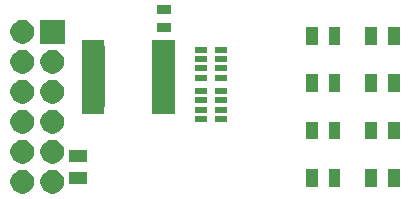
<source format=gbr>
G04 #@! TF.GenerationSoftware,KiCad,Pcbnew,5.0.2*
G04 #@! TF.CreationDate,2020-06-05T09:12:56+02:00*
G04 #@! TF.ProjectId,pmod-8leds,706d6f64-2d38-46c6-9564-732e6b696361,rev?*
G04 #@! TF.SameCoordinates,Original*
G04 #@! TF.FileFunction,Soldermask,Top*
G04 #@! TF.FilePolarity,Negative*
%FSLAX46Y46*%
G04 Gerber Fmt 4.6, Leading zero omitted, Abs format (unit mm)*
G04 Created by KiCad (PCBNEW 5.0.2) date ven. 05 juin 2020 09:12:56 CEST*
%MOMM*%
%LPD*%
G01*
G04 APERTURE LIST*
%ADD10C,0.100000*%
G04 APERTURE END LIST*
D10*
G36*
X136331981Y-110387468D02*
X136514150Y-110462925D01*
X136678103Y-110572475D01*
X136817525Y-110711897D01*
X136927075Y-110875850D01*
X137002532Y-111058019D01*
X137041000Y-111251410D01*
X137041000Y-111448590D01*
X137002532Y-111641981D01*
X136927075Y-111824150D01*
X136817525Y-111988103D01*
X136678103Y-112127525D01*
X136514150Y-112237075D01*
X136331981Y-112312532D01*
X136138590Y-112351000D01*
X135941410Y-112351000D01*
X135748019Y-112312532D01*
X135565850Y-112237075D01*
X135401897Y-112127525D01*
X135262475Y-111988103D01*
X135152925Y-111824150D01*
X135077468Y-111641981D01*
X135039000Y-111448590D01*
X135039000Y-111251410D01*
X135077468Y-111058019D01*
X135152925Y-110875850D01*
X135262475Y-110711897D01*
X135401897Y-110572475D01*
X135565850Y-110462925D01*
X135748019Y-110387468D01*
X135941410Y-110349000D01*
X136138590Y-110349000D01*
X136331981Y-110387468D01*
X136331981Y-110387468D01*
G37*
G36*
X133791981Y-110387468D02*
X133974150Y-110462925D01*
X134138103Y-110572475D01*
X134277525Y-110711897D01*
X134387075Y-110875850D01*
X134462532Y-111058019D01*
X134501000Y-111251410D01*
X134501000Y-111448590D01*
X134462532Y-111641981D01*
X134387075Y-111824150D01*
X134277525Y-111988103D01*
X134138103Y-112127525D01*
X133974150Y-112237075D01*
X133791981Y-112312532D01*
X133598590Y-112351000D01*
X133401410Y-112351000D01*
X133208019Y-112312532D01*
X133025850Y-112237075D01*
X132861897Y-112127525D01*
X132722475Y-111988103D01*
X132612925Y-111824150D01*
X132537468Y-111641981D01*
X132499000Y-111448590D01*
X132499000Y-111251410D01*
X132537468Y-111058019D01*
X132612925Y-110875850D01*
X132722475Y-110711897D01*
X132861897Y-110572475D01*
X133025850Y-110462925D01*
X133208019Y-110387468D01*
X133401410Y-110349000D01*
X133598590Y-110349000D01*
X133791981Y-110387468D01*
X133791981Y-110387468D01*
G37*
G36*
X165448000Y-111749500D02*
X164457000Y-111749500D01*
X164457000Y-110250500D01*
X165448000Y-110250500D01*
X165448000Y-111749500D01*
X165448000Y-111749500D01*
G37*
G36*
X163543000Y-111749500D02*
X162552000Y-111749500D01*
X162552000Y-110250500D01*
X163543000Y-110250500D01*
X163543000Y-111749500D01*
X163543000Y-111749500D01*
G37*
G36*
X160448000Y-111749500D02*
X159457000Y-111749500D01*
X159457000Y-110250500D01*
X160448000Y-110250500D01*
X160448000Y-111749500D01*
X160448000Y-111749500D01*
G37*
G36*
X158543000Y-111749500D02*
X157552000Y-111749500D01*
X157552000Y-110250500D01*
X158543000Y-110250500D01*
X158543000Y-111749500D01*
X158543000Y-111749500D01*
G37*
G36*
X138999500Y-111548000D02*
X137500500Y-111548000D01*
X137500500Y-110557000D01*
X138999500Y-110557000D01*
X138999500Y-111548000D01*
X138999500Y-111548000D01*
G37*
G36*
X133791981Y-107847468D02*
X133974150Y-107922925D01*
X134138103Y-108032475D01*
X134277525Y-108171897D01*
X134387075Y-108335850D01*
X134462532Y-108518019D01*
X134501000Y-108711410D01*
X134501000Y-108908590D01*
X134462532Y-109101981D01*
X134387075Y-109284150D01*
X134277525Y-109448103D01*
X134138103Y-109587525D01*
X133974150Y-109697075D01*
X133791981Y-109772532D01*
X133598590Y-109811000D01*
X133401410Y-109811000D01*
X133208019Y-109772532D01*
X133025850Y-109697075D01*
X132861897Y-109587525D01*
X132722475Y-109448103D01*
X132612925Y-109284150D01*
X132537468Y-109101981D01*
X132499000Y-108908590D01*
X132499000Y-108711410D01*
X132537468Y-108518019D01*
X132612925Y-108335850D01*
X132722475Y-108171897D01*
X132861897Y-108032475D01*
X133025850Y-107922925D01*
X133208019Y-107847468D01*
X133401410Y-107809000D01*
X133598590Y-107809000D01*
X133791981Y-107847468D01*
X133791981Y-107847468D01*
G37*
G36*
X136331981Y-107847468D02*
X136514150Y-107922925D01*
X136678103Y-108032475D01*
X136817525Y-108171897D01*
X136927075Y-108335850D01*
X137002532Y-108518019D01*
X137041000Y-108711410D01*
X137041000Y-108908590D01*
X137002532Y-109101981D01*
X136927075Y-109284150D01*
X136817525Y-109448103D01*
X136678103Y-109587525D01*
X136514150Y-109697075D01*
X136331981Y-109772532D01*
X136138590Y-109811000D01*
X135941410Y-109811000D01*
X135748019Y-109772532D01*
X135565850Y-109697075D01*
X135401897Y-109587525D01*
X135262475Y-109448103D01*
X135152925Y-109284150D01*
X135077468Y-109101981D01*
X135039000Y-108908590D01*
X135039000Y-108711410D01*
X135077468Y-108518019D01*
X135152925Y-108335850D01*
X135262475Y-108171897D01*
X135401897Y-108032475D01*
X135565850Y-107922925D01*
X135748019Y-107847468D01*
X135941410Y-107809000D01*
X136138590Y-107809000D01*
X136331981Y-107847468D01*
X136331981Y-107847468D01*
G37*
G36*
X138999500Y-109643000D02*
X137500500Y-109643000D01*
X137500500Y-108652000D01*
X138999500Y-108652000D01*
X138999500Y-109643000D01*
X138999500Y-109643000D01*
G37*
G36*
X160448000Y-107749500D02*
X159457000Y-107749500D01*
X159457000Y-106250500D01*
X160448000Y-106250500D01*
X160448000Y-107749500D01*
X160448000Y-107749500D01*
G37*
G36*
X158543000Y-107749500D02*
X157552000Y-107749500D01*
X157552000Y-106250500D01*
X158543000Y-106250500D01*
X158543000Y-107749500D01*
X158543000Y-107749500D01*
G37*
G36*
X165448000Y-107749500D02*
X164457000Y-107749500D01*
X164457000Y-106250500D01*
X165448000Y-106250500D01*
X165448000Y-107749500D01*
X165448000Y-107749500D01*
G37*
G36*
X163543000Y-107749500D02*
X162552000Y-107749500D01*
X162552000Y-106250500D01*
X163543000Y-106250500D01*
X163543000Y-107749500D01*
X163543000Y-107749500D01*
G37*
G36*
X133791981Y-105307468D02*
X133974150Y-105382925D01*
X134138103Y-105492475D01*
X134277525Y-105631897D01*
X134387075Y-105795850D01*
X134462532Y-105978019D01*
X134501000Y-106171410D01*
X134501000Y-106368590D01*
X134462532Y-106561981D01*
X134387075Y-106744150D01*
X134277525Y-106908103D01*
X134138103Y-107047525D01*
X133974150Y-107157075D01*
X133791981Y-107232532D01*
X133598590Y-107271000D01*
X133401410Y-107271000D01*
X133208019Y-107232532D01*
X133025850Y-107157075D01*
X132861897Y-107047525D01*
X132722475Y-106908103D01*
X132612925Y-106744150D01*
X132537468Y-106561981D01*
X132499000Y-106368590D01*
X132499000Y-106171410D01*
X132537468Y-105978019D01*
X132612925Y-105795850D01*
X132722475Y-105631897D01*
X132861897Y-105492475D01*
X133025850Y-105382925D01*
X133208019Y-105307468D01*
X133401410Y-105269000D01*
X133598590Y-105269000D01*
X133791981Y-105307468D01*
X133791981Y-105307468D01*
G37*
G36*
X136331981Y-105307468D02*
X136514150Y-105382925D01*
X136678103Y-105492475D01*
X136817525Y-105631897D01*
X136927075Y-105795850D01*
X137002532Y-105978019D01*
X137041000Y-106171410D01*
X137041000Y-106368590D01*
X137002532Y-106561981D01*
X136927075Y-106744150D01*
X136817525Y-106908103D01*
X136678103Y-107047525D01*
X136514150Y-107157075D01*
X136331981Y-107232532D01*
X136138590Y-107271000D01*
X135941410Y-107271000D01*
X135748019Y-107232532D01*
X135565850Y-107157075D01*
X135401897Y-107047525D01*
X135262475Y-106908103D01*
X135152925Y-106744150D01*
X135077468Y-106561981D01*
X135039000Y-106368590D01*
X135039000Y-106171410D01*
X135077468Y-105978019D01*
X135152925Y-105795850D01*
X135262475Y-105631897D01*
X135401897Y-105492475D01*
X135565850Y-105382925D01*
X135748019Y-105307468D01*
X135941410Y-105269000D01*
X136138590Y-105269000D01*
X136331981Y-105307468D01*
X136331981Y-105307468D01*
G37*
G36*
X149151000Y-106301000D02*
X148149000Y-106301000D01*
X148149000Y-105799000D01*
X149151000Y-105799000D01*
X149151000Y-106301000D01*
X149151000Y-106301000D01*
G37*
G36*
X150851000Y-106301000D02*
X149849000Y-106301000D01*
X149849000Y-105799000D01*
X150851000Y-105799000D01*
X150851000Y-106301000D01*
X150851000Y-106301000D01*
G37*
G36*
X140469470Y-99846600D02*
X140471872Y-99870986D01*
X140472010Y-99871441D01*
X140472010Y-105028559D01*
X140471872Y-105029014D01*
X140469470Y-105053400D01*
X140469470Y-105578400D01*
X138586930Y-105578400D01*
X138586930Y-105071441D01*
X138587068Y-105070986D01*
X138589470Y-105046600D01*
X138589470Y-99853400D01*
X138587068Y-99829014D01*
X138586930Y-99828559D01*
X138586930Y-99321600D01*
X140469470Y-99321600D01*
X140469470Y-99846600D01*
X140469470Y-99846600D01*
G37*
G36*
X146410530Y-105578400D02*
X144527990Y-105578400D01*
X144527990Y-99324140D01*
X146410530Y-99324140D01*
X146410530Y-105578400D01*
X146410530Y-105578400D01*
G37*
G36*
X150851000Y-105501000D02*
X149849000Y-105501000D01*
X149849000Y-104999000D01*
X150851000Y-104999000D01*
X150851000Y-105501000D01*
X150851000Y-105501000D01*
G37*
G36*
X149151000Y-105501000D02*
X148149000Y-105501000D01*
X148149000Y-104999000D01*
X149151000Y-104999000D01*
X149151000Y-105501000D01*
X149151000Y-105501000D01*
G37*
G36*
X133791981Y-102767468D02*
X133974150Y-102842925D01*
X134138103Y-102952475D01*
X134277525Y-103091897D01*
X134387075Y-103255850D01*
X134462532Y-103438019D01*
X134501000Y-103631410D01*
X134501000Y-103828590D01*
X134462532Y-104021981D01*
X134387075Y-104204150D01*
X134277525Y-104368103D01*
X134138103Y-104507525D01*
X133974150Y-104617075D01*
X133791981Y-104692532D01*
X133598590Y-104731000D01*
X133401410Y-104731000D01*
X133208019Y-104692532D01*
X133025850Y-104617075D01*
X132861897Y-104507525D01*
X132722475Y-104368103D01*
X132612925Y-104204150D01*
X132537468Y-104021981D01*
X132499000Y-103828590D01*
X132499000Y-103631410D01*
X132537468Y-103438019D01*
X132612925Y-103255850D01*
X132722475Y-103091897D01*
X132861897Y-102952475D01*
X133025850Y-102842925D01*
X133208019Y-102767468D01*
X133401410Y-102729000D01*
X133598590Y-102729000D01*
X133791981Y-102767468D01*
X133791981Y-102767468D01*
G37*
G36*
X136331981Y-102767468D02*
X136514150Y-102842925D01*
X136678103Y-102952475D01*
X136817525Y-103091897D01*
X136927075Y-103255850D01*
X137002532Y-103438019D01*
X137041000Y-103631410D01*
X137041000Y-103828590D01*
X137002532Y-104021981D01*
X136927075Y-104204150D01*
X136817525Y-104368103D01*
X136678103Y-104507525D01*
X136514150Y-104617075D01*
X136331981Y-104692532D01*
X136138590Y-104731000D01*
X135941410Y-104731000D01*
X135748019Y-104692532D01*
X135565850Y-104617075D01*
X135401897Y-104507525D01*
X135262475Y-104368103D01*
X135152925Y-104204150D01*
X135077468Y-104021981D01*
X135039000Y-103828590D01*
X135039000Y-103631410D01*
X135077468Y-103438019D01*
X135152925Y-103255850D01*
X135262475Y-103091897D01*
X135401897Y-102952475D01*
X135565850Y-102842925D01*
X135748019Y-102767468D01*
X135941410Y-102729000D01*
X136138590Y-102729000D01*
X136331981Y-102767468D01*
X136331981Y-102767468D01*
G37*
G36*
X150851000Y-104701000D02*
X149849000Y-104701000D01*
X149849000Y-104199000D01*
X150851000Y-104199000D01*
X150851000Y-104701000D01*
X150851000Y-104701000D01*
G37*
G36*
X149151000Y-104701000D02*
X148149000Y-104701000D01*
X148149000Y-104199000D01*
X149151000Y-104199000D01*
X149151000Y-104701000D01*
X149151000Y-104701000D01*
G37*
G36*
X150851000Y-103901000D02*
X149849000Y-103901000D01*
X149849000Y-103399000D01*
X150851000Y-103399000D01*
X150851000Y-103901000D01*
X150851000Y-103901000D01*
G37*
G36*
X149151000Y-103901000D02*
X148149000Y-103901000D01*
X148149000Y-103399000D01*
X149151000Y-103399000D01*
X149151000Y-103901000D01*
X149151000Y-103901000D01*
G37*
G36*
X160448000Y-103749500D02*
X159457000Y-103749500D01*
X159457000Y-102250500D01*
X160448000Y-102250500D01*
X160448000Y-103749500D01*
X160448000Y-103749500D01*
G37*
G36*
X165448000Y-103749500D02*
X164457000Y-103749500D01*
X164457000Y-102250500D01*
X165448000Y-102250500D01*
X165448000Y-103749500D01*
X165448000Y-103749500D01*
G37*
G36*
X163543000Y-103749500D02*
X162552000Y-103749500D01*
X162552000Y-102250500D01*
X163543000Y-102250500D01*
X163543000Y-103749500D01*
X163543000Y-103749500D01*
G37*
G36*
X158543000Y-103749500D02*
X157552000Y-103749500D01*
X157552000Y-102250500D01*
X158543000Y-102250500D01*
X158543000Y-103749500D01*
X158543000Y-103749500D01*
G37*
G36*
X150851000Y-102801000D02*
X149849000Y-102801000D01*
X149849000Y-102299000D01*
X150851000Y-102299000D01*
X150851000Y-102801000D01*
X150851000Y-102801000D01*
G37*
G36*
X149151000Y-102801000D02*
X148149000Y-102801000D01*
X148149000Y-102299000D01*
X149151000Y-102299000D01*
X149151000Y-102801000D01*
X149151000Y-102801000D01*
G37*
G36*
X133791981Y-100227468D02*
X133974150Y-100302925D01*
X134138103Y-100412475D01*
X134277525Y-100551897D01*
X134387075Y-100715850D01*
X134462532Y-100898019D01*
X134501000Y-101091410D01*
X134501000Y-101288590D01*
X134462532Y-101481981D01*
X134387075Y-101664150D01*
X134277525Y-101828103D01*
X134138103Y-101967525D01*
X133974150Y-102077075D01*
X133791981Y-102152532D01*
X133598590Y-102191000D01*
X133401410Y-102191000D01*
X133208019Y-102152532D01*
X133025850Y-102077075D01*
X132861897Y-101967525D01*
X132722475Y-101828103D01*
X132612925Y-101664150D01*
X132537468Y-101481981D01*
X132499000Y-101288590D01*
X132499000Y-101091410D01*
X132537468Y-100898019D01*
X132612925Y-100715850D01*
X132722475Y-100551897D01*
X132861897Y-100412475D01*
X133025850Y-100302925D01*
X133208019Y-100227468D01*
X133401410Y-100189000D01*
X133598590Y-100189000D01*
X133791981Y-100227468D01*
X133791981Y-100227468D01*
G37*
G36*
X136331981Y-100227468D02*
X136514150Y-100302925D01*
X136678103Y-100412475D01*
X136817525Y-100551897D01*
X136927075Y-100715850D01*
X137002532Y-100898019D01*
X137041000Y-101091410D01*
X137041000Y-101288590D01*
X137002532Y-101481981D01*
X136927075Y-101664150D01*
X136817525Y-101828103D01*
X136678103Y-101967525D01*
X136514150Y-102077075D01*
X136331981Y-102152532D01*
X136138590Y-102191000D01*
X135941410Y-102191000D01*
X135748019Y-102152532D01*
X135565850Y-102077075D01*
X135401897Y-101967525D01*
X135262475Y-101828103D01*
X135152925Y-101664150D01*
X135077468Y-101481981D01*
X135039000Y-101288590D01*
X135039000Y-101091410D01*
X135077468Y-100898019D01*
X135152925Y-100715850D01*
X135262475Y-100551897D01*
X135401897Y-100412475D01*
X135565850Y-100302925D01*
X135748019Y-100227468D01*
X135941410Y-100189000D01*
X136138590Y-100189000D01*
X136331981Y-100227468D01*
X136331981Y-100227468D01*
G37*
G36*
X150851000Y-102001000D02*
X149849000Y-102001000D01*
X149849000Y-101499000D01*
X150851000Y-101499000D01*
X150851000Y-102001000D01*
X150851000Y-102001000D01*
G37*
G36*
X149151000Y-102001000D02*
X148149000Y-102001000D01*
X148149000Y-101499000D01*
X149151000Y-101499000D01*
X149151000Y-102001000D01*
X149151000Y-102001000D01*
G37*
G36*
X149151000Y-101201000D02*
X148149000Y-101201000D01*
X148149000Y-100699000D01*
X149151000Y-100699000D01*
X149151000Y-101201000D01*
X149151000Y-101201000D01*
G37*
G36*
X150851000Y-101201000D02*
X149849000Y-101201000D01*
X149849000Y-100699000D01*
X150851000Y-100699000D01*
X150851000Y-101201000D01*
X150851000Y-101201000D01*
G37*
G36*
X150851000Y-100401000D02*
X149849000Y-100401000D01*
X149849000Y-99899000D01*
X150851000Y-99899000D01*
X150851000Y-100401000D01*
X150851000Y-100401000D01*
G37*
G36*
X149151000Y-100401000D02*
X148149000Y-100401000D01*
X148149000Y-99899000D01*
X149151000Y-99899000D01*
X149151000Y-100401000D01*
X149151000Y-100401000D01*
G37*
G36*
X165448000Y-99749500D02*
X164457000Y-99749500D01*
X164457000Y-98250500D01*
X165448000Y-98250500D01*
X165448000Y-99749500D01*
X165448000Y-99749500D01*
G37*
G36*
X160448000Y-99749500D02*
X159457000Y-99749500D01*
X159457000Y-98250500D01*
X160448000Y-98250500D01*
X160448000Y-99749500D01*
X160448000Y-99749500D01*
G37*
G36*
X158543000Y-99749500D02*
X157552000Y-99749500D01*
X157552000Y-98250500D01*
X158543000Y-98250500D01*
X158543000Y-99749500D01*
X158543000Y-99749500D01*
G37*
G36*
X163543000Y-99749500D02*
X162552000Y-99749500D01*
X162552000Y-98250500D01*
X163543000Y-98250500D01*
X163543000Y-99749500D01*
X163543000Y-99749500D01*
G37*
G36*
X133791981Y-97687468D02*
X133974150Y-97762925D01*
X134138103Y-97872475D01*
X134277525Y-98011897D01*
X134387075Y-98175850D01*
X134462532Y-98358019D01*
X134501000Y-98551410D01*
X134501000Y-98748590D01*
X134462532Y-98941981D01*
X134387075Y-99124150D01*
X134277525Y-99288103D01*
X134138103Y-99427525D01*
X133974150Y-99537075D01*
X133791981Y-99612532D01*
X133598590Y-99651000D01*
X133401410Y-99651000D01*
X133208019Y-99612532D01*
X133025850Y-99537075D01*
X132861897Y-99427525D01*
X132722475Y-99288103D01*
X132612925Y-99124150D01*
X132537468Y-98941981D01*
X132499000Y-98748590D01*
X132499000Y-98551410D01*
X132537468Y-98358019D01*
X132612925Y-98175850D01*
X132722475Y-98011897D01*
X132861897Y-97872475D01*
X133025850Y-97762925D01*
X133208019Y-97687468D01*
X133401410Y-97649000D01*
X133598590Y-97649000D01*
X133791981Y-97687468D01*
X133791981Y-97687468D01*
G37*
G36*
X137091000Y-99651000D02*
X134989000Y-99651000D01*
X134989000Y-97649000D01*
X137091000Y-97649000D01*
X137091000Y-99651000D01*
X137091000Y-99651000D01*
G37*
G36*
X146122500Y-98630500D02*
X144877500Y-98630500D01*
X144877500Y-97893500D01*
X146122500Y-97893500D01*
X146122500Y-98630500D01*
X146122500Y-98630500D01*
G37*
G36*
X146122500Y-97106500D02*
X144877500Y-97106500D01*
X144877500Y-96369500D01*
X146122500Y-96369500D01*
X146122500Y-97106500D01*
X146122500Y-97106500D01*
G37*
M02*

</source>
